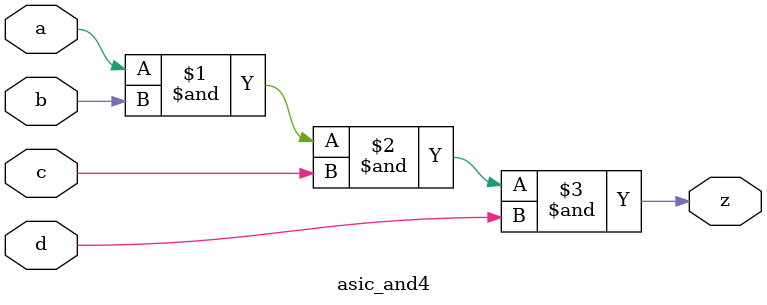
<source format=v>
module asic_and4(	// file.cleaned.mlir:2:3
  input  a,	// file.cleaned.mlir:2:27
         b,	// file.cleaned.mlir:2:39
         c,	// file.cleaned.mlir:2:51
         d,	// file.cleaned.mlir:2:63
  output z	// file.cleaned.mlir:2:76
);

  assign z = a & b & c & d;	// file.cleaned.mlir:3:10, :4:5
endmodule


</source>
